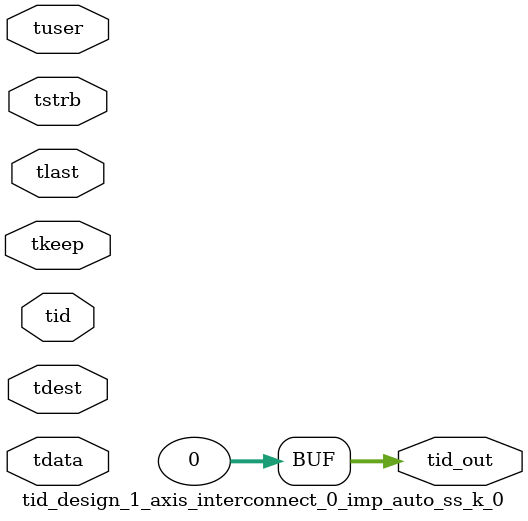
<source format=v>


`timescale 1ps/1ps

module tid_design_1_axis_interconnect_0_imp_auto_ss_k_0 #
(
parameter C_S_AXIS_TID_WIDTH   = 1,
parameter C_S_AXIS_TUSER_WIDTH = 0,
parameter C_S_AXIS_TDATA_WIDTH = 0,
parameter C_S_AXIS_TDEST_WIDTH = 0,
parameter C_M_AXIS_TID_WIDTH   = 32
)
(
input  [(C_S_AXIS_TID_WIDTH   == 0 ? 1 : C_S_AXIS_TID_WIDTH)-1:0       ] tid,
input  [(C_S_AXIS_TDATA_WIDTH == 0 ? 1 : C_S_AXIS_TDATA_WIDTH)-1:0     ] tdata,
input  [(C_S_AXIS_TUSER_WIDTH == 0 ? 1 : C_S_AXIS_TUSER_WIDTH)-1:0     ] tuser,
input  [(C_S_AXIS_TDEST_WIDTH == 0 ? 1 : C_S_AXIS_TDEST_WIDTH)-1:0     ] tdest,
input  [(C_S_AXIS_TDATA_WIDTH/8)-1:0 ] tkeep,
input  [(C_S_AXIS_TDATA_WIDTH/8)-1:0 ] tstrb,
input                                                                    tlast,
output [(C_M_AXIS_TID_WIDTH   == 0 ? 1 : C_M_AXIS_TID_WIDTH)-1:0       ] tid_out
);

assign tid_out = {1'b0};

endmodule


</source>
